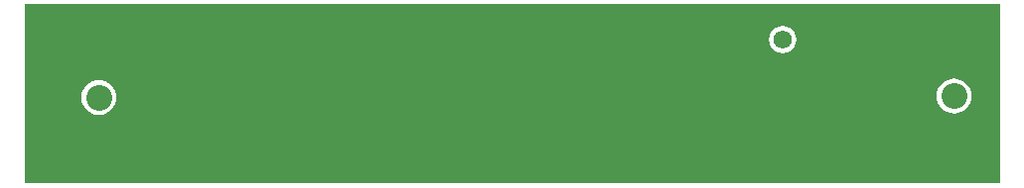
<source format=gbl>
G04 Layer_Physical_Order=2*
G04 Layer_Color=16711680*
%FSLAX24Y24*%
%MOIN*%
G70*
G01*
G75*
%ADD26C,0.0870*%
%ADD27C,0.0157*%
%ADD28C,0.0150*%
%ADD29C,0.0620*%
%ADD30C,0.0252*%
G36*
X32848Y102D02*
X102D01*
Y6148D01*
X32848D01*
Y102D01*
D02*
G37*
%LPC*%
G36*
X2600Y3588D02*
X2485Y3577D01*
X2375Y3543D01*
X2273Y3489D01*
X2184Y3416D01*
X2111Y3327D01*
X2057Y3225D01*
X2023Y3115D01*
X2012Y3000D01*
X2023Y2885D01*
X2057Y2775D01*
X2111Y2673D01*
X2184Y2584D01*
X2273Y2511D01*
X2375Y2457D01*
X2485Y2423D01*
X2600Y2412D01*
X2715Y2423D01*
X2825Y2457D01*
X2927Y2511D01*
X3016Y2584D01*
X3089Y2673D01*
X3143Y2775D01*
X3177Y2885D01*
X3188Y3000D01*
X3177Y3115D01*
X3143Y3225D01*
X3089Y3327D01*
X3016Y3416D01*
X2927Y3489D01*
X2825Y3543D01*
X2715Y3577D01*
X2600Y3588D01*
D02*
G37*
G36*
X25550Y5414D02*
X25430Y5398D01*
X25318Y5352D01*
X25222Y5278D01*
X25148Y5182D01*
X25102Y5070D01*
X25086Y4950D01*
X25102Y4830D01*
X25148Y4718D01*
X25222Y4622D01*
X25318Y4548D01*
X25430Y4502D01*
X25550Y4486D01*
X25670Y4502D01*
X25782Y4548D01*
X25878Y4622D01*
X25952Y4718D01*
X25998Y4830D01*
X26014Y4950D01*
X25998Y5070D01*
X25952Y5182D01*
X25878Y5278D01*
X25782Y5352D01*
X25670Y5398D01*
X25550Y5414D01*
D02*
G37*
G36*
X31300Y3638D02*
X31185Y3627D01*
X31075Y3593D01*
X30973Y3539D01*
X30884Y3466D01*
X30811Y3377D01*
X30757Y3275D01*
X30723Y3165D01*
X30712Y3050D01*
X30723Y2935D01*
X30757Y2825D01*
X30811Y2723D01*
X30884Y2634D01*
X30973Y2561D01*
X31075Y2507D01*
X31185Y2473D01*
X31300Y2462D01*
X31415Y2473D01*
X31525Y2507D01*
X31627Y2561D01*
X31716Y2634D01*
X31789Y2723D01*
X31843Y2825D01*
X31877Y2935D01*
X31888Y3050D01*
X31877Y3165D01*
X31843Y3275D01*
X31789Y3377D01*
X31716Y3466D01*
X31627Y3539D01*
X31525Y3593D01*
X31415Y3627D01*
X31300Y3638D01*
D02*
G37*
%LPD*%
D26*
X30300Y2050D02*
D03*
X32300D02*
D03*
Y4050D02*
D03*
X30300D02*
D03*
X31300Y3050D02*
D03*
X2600Y3000D02*
D03*
X1600Y4000D02*
D03*
X3600D02*
D03*
Y2000D02*
D03*
X1600D02*
D03*
D27*
X17910Y4235D02*
D03*
Y3365D02*
D03*
X11440Y3235D02*
D03*
Y2365D02*
D03*
D28*
X30250Y5200D02*
D03*
X29300Y4700D02*
D03*
Y5750D02*
D03*
X30200Y1050D02*
D03*
X30150Y450D02*
D03*
X31400Y1150D02*
D03*
X30050Y3450D02*
D03*
X29550D02*
D03*
X29150D02*
D03*
X28750D02*
D03*
X30050Y2700D02*
D03*
X29550D02*
D03*
X29150D02*
D03*
X28750D02*
D03*
X26400Y1050D02*
D03*
X27550D02*
D03*
Y2050D02*
D03*
X25050Y1050D02*
D03*
X24100Y950D02*
D03*
X22850D02*
D03*
X23450Y900D02*
D03*
X23300Y2500D02*
D03*
X24950Y3000D02*
D03*
X26100Y2550D02*
D03*
X25700D02*
D03*
X26500D02*
D03*
X22800Y2600D02*
D03*
X11650Y1900D02*
D03*
X11250Y1850D02*
D03*
X11650Y1400D02*
D03*
X14500Y400D02*
D03*
X5700Y4150D02*
D03*
X3450Y4950D02*
D03*
X9200Y3150D02*
D03*
X10050Y2200D02*
D03*
X11550Y4650D02*
D03*
X26550Y3650D02*
D03*
X24900Y3950D02*
D03*
X22800Y3900D02*
D03*
X32600Y5950D02*
D03*
X32650Y250D02*
D03*
X31250Y300D02*
D03*
X32500Y5050D02*
D03*
X31800Y5450D02*
D03*
X30950Y5950D02*
D03*
X29200Y1700D02*
D03*
X29250Y600D02*
D03*
X32550Y1050D02*
D03*
X31400Y3850D02*
D03*
X32150Y3050D02*
D03*
X31400Y2300D02*
D03*
X400Y2550D02*
D03*
X450Y3700D02*
D03*
Y5550D02*
D03*
X6550Y3700D02*
D03*
X5850D02*
D03*
X19400Y1250D02*
D03*
X18600Y1200D02*
D03*
X18000Y1150D02*
D03*
X15600D02*
D03*
X16600D02*
D03*
X17600D02*
D03*
X16000Y1850D02*
D03*
X12900Y1150D02*
D03*
X12300D02*
D03*
X11300Y1400D02*
D03*
X8050Y1450D02*
D03*
X10800Y2200D02*
D03*
X10300Y1400D02*
D03*
X2600Y2300D02*
D03*
X6150Y1350D02*
D03*
X4750D02*
D03*
X2300Y1300D02*
D03*
X2900D02*
D03*
X23850Y5200D02*
D03*
X28250Y2450D02*
D03*
Y3650D02*
D03*
X25800Y1100D02*
D03*
X25050Y2550D02*
D03*
X22750Y3050D02*
D03*
X23850D02*
D03*
X25900Y5450D02*
D03*
X26350Y4000D02*
D03*
X25500Y3100D02*
D03*
X23300Y1950D02*
D03*
X24450D02*
D03*
X23900D02*
D03*
Y2500D02*
D03*
X24450D02*
D03*
X23850Y4250D02*
D03*
X21200Y2950D02*
D03*
X22850Y2000D02*
D03*
X18100Y2100D02*
D03*
X17900Y2800D02*
D03*
X16800Y4750D02*
D03*
X18600Y4450D02*
D03*
X11350Y3700D02*
D03*
X9500Y3450D02*
D03*
X12050D02*
D03*
X12750Y3100D02*
D03*
X14600Y4800D02*
D03*
X15600D02*
D03*
X16100D02*
D03*
X16750Y4200D02*
D03*
X21300Y2000D02*
D03*
X20900Y1350D02*
D03*
X19050Y3650D02*
D03*
X19100Y2650D02*
D03*
X14200Y1050D02*
D03*
X14950Y1150D02*
D03*
X17100Y1600D02*
D03*
X17300Y4450D02*
D03*
X17100Y2200D02*
D03*
X16700Y3650D02*
D03*
X14300Y3100D02*
D03*
X16900Y5900D02*
D03*
X8800Y3600D02*
D03*
X10100Y4450D02*
D03*
X9600Y4850D02*
D03*
X9500Y3800D02*
D03*
X9550Y2450D02*
D03*
X16300Y2300D02*
D03*
X16050Y3100D02*
D03*
X10400Y3550D02*
D03*
X9100Y3900D02*
D03*
X15700Y2850D02*
D03*
X11100Y4150D02*
D03*
X5750Y5350D02*
D03*
X10150Y4900D02*
D03*
X6850Y1950D02*
D03*
X7400D02*
D03*
X6100Y2800D02*
D03*
X5900Y2000D02*
D03*
X6700Y2850D02*
D03*
X5500Y3600D02*
D03*
X450Y1050D02*
D03*
X5850Y3150D02*
D03*
X5450D02*
D03*
X4750Y2100D02*
D03*
X5050D02*
D03*
X5250Y2350D02*
D03*
Y2650D02*
D03*
Y2950D02*
D03*
X8450Y4350D02*
D03*
X6350Y5350D02*
D03*
X500Y5200D02*
D03*
X3100Y4700D02*
D03*
X2750Y5300D02*
D03*
X3150D02*
D03*
X2700Y4700D02*
D03*
X16050Y3700D02*
D03*
X15650Y3500D02*
D03*
X1600Y4900D02*
D03*
X1900D02*
D03*
X2250D02*
D03*
X4200Y2450D02*
D03*
Y3500D02*
D03*
X450Y3100D02*
D03*
X28232Y5098D02*
D03*
Y5498D02*
D03*
X837Y5898D02*
D03*
X437D02*
D03*
X5500D02*
D03*
X5100D02*
D03*
X25050D02*
D03*
X1237D02*
D03*
X5900D02*
D03*
X6300D02*
D03*
X7500D02*
D03*
X7900D02*
D03*
X8300D02*
D03*
X8700D02*
D03*
X17450D02*
D03*
X17850D02*
D03*
X18250D02*
D03*
X18650D02*
D03*
X25450D02*
D03*
X25850D02*
D03*
X26250D02*
D03*
X26650D02*
D03*
X27050D02*
D03*
X27450D02*
D03*
X27850D02*
D03*
X28232D02*
D03*
X4010Y402D02*
D03*
X3610D02*
D03*
X3210D02*
D03*
X2810D02*
D03*
X2410D02*
D03*
X437Y402D02*
D03*
X837D02*
D03*
X1237D02*
D03*
X2410Y5898D02*
D03*
X2810D02*
D03*
X3210D02*
D03*
X3610D02*
D03*
X4010D02*
D03*
X8700Y402D02*
D03*
X8300D02*
D03*
X7900D02*
D03*
X7500D02*
D03*
X6300D02*
D03*
X5900D02*
D03*
X5100D02*
D03*
X5500D02*
D03*
X9900D02*
D03*
X10300D02*
D03*
X10700D02*
D03*
X11100D02*
D03*
X11500Y5898D02*
D03*
X11100D02*
D03*
X10700D02*
D03*
X10300D02*
D03*
X9900D02*
D03*
X13900D02*
D03*
X13500D02*
D03*
X13100D02*
D03*
X12300D02*
D03*
X12700D02*
D03*
X13900Y402D02*
D03*
X13500D02*
D03*
X13100D02*
D03*
X12700D02*
D03*
X12300D02*
D03*
X11500D02*
D03*
X16300D02*
D03*
X15900D02*
D03*
X15500D02*
D03*
X15100D02*
D03*
Y5898D02*
D03*
X15500D02*
D03*
X15900D02*
D03*
X16300D02*
D03*
X18650Y402D02*
D03*
X18250D02*
D03*
X17850D02*
D03*
X17450D02*
D03*
X21050D02*
D03*
X20650D02*
D03*
X20250D02*
D03*
X19850D02*
D03*
X19450D02*
D03*
X19050D02*
D03*
X20250Y5898D02*
D03*
X20650D02*
D03*
X21050D02*
D03*
X21450D02*
D03*
X21850D02*
D03*
X22250D02*
D03*
X19850D02*
D03*
X23450D02*
D03*
X23050D02*
D03*
X22650D02*
D03*
X23850D02*
D03*
X24650Y402D02*
D03*
X23450D02*
D03*
X23850D02*
D03*
X24250D02*
D03*
X23050D02*
D03*
X22650D02*
D03*
X22250D02*
D03*
X21450D02*
D03*
X19050Y5898D02*
D03*
X25050Y402D02*
D03*
X25450D02*
D03*
X25850D02*
D03*
X26250D02*
D03*
X28232D02*
D03*
X27850D02*
D03*
X27450D02*
D03*
X28232Y802D02*
D03*
Y1202D02*
D03*
Y1602D02*
D03*
Y1950D02*
D03*
X7050Y4150D02*
D03*
X5250Y4900D02*
D03*
X4850Y5000D02*
D03*
X4400Y4500D02*
D03*
X16600Y3100D02*
D03*
X9500Y4200D02*
D03*
X1900Y3000D02*
D03*
X14250Y1800D02*
D03*
X12100Y4850D02*
D03*
X14850Y1800D02*
D03*
X15400Y1850D02*
D03*
X2600Y3700D02*
D03*
X9200Y2000D02*
D03*
X8650Y1950D02*
D03*
X8050D02*
D03*
X6950Y3400D02*
D03*
X7950Y3650D02*
D03*
X7900Y2800D02*
D03*
D29*
X11894Y650D02*
D03*
X25550Y4950D02*
D03*
X28084Y4340D02*
D03*
X24394Y5650D02*
D03*
X19394D02*
D03*
X14394D02*
D03*
X9394D02*
D03*
X4394D02*
D03*
X26894Y650D02*
D03*
X21894D02*
D03*
X16894D02*
D03*
X6894D02*
D03*
X1894D02*
D03*
X584Y4340D02*
D03*
Y1960D02*
D03*
X1894Y5650D02*
D03*
X4394Y650D02*
D03*
X6894Y5650D02*
D03*
X9394Y650D02*
D03*
X11894Y5650D02*
D03*
X25550Y3950D02*
D03*
D30*
X20099Y1252D02*
D03*
Y3122D02*
D03*
Y2659D02*
D03*
Y4155D02*
D03*
X20678D02*
D03*
X19520D02*
D03*
X19808Y3693D02*
D03*
X20391D02*
D03*
X13550Y1631D02*
D03*
Y3501D02*
D03*
Y3039D02*
D03*
Y4535D02*
D03*
X14129D02*
D03*
X12971D02*
D03*
X13259Y4072D02*
D03*
X13841D02*
D03*
M02*

</source>
